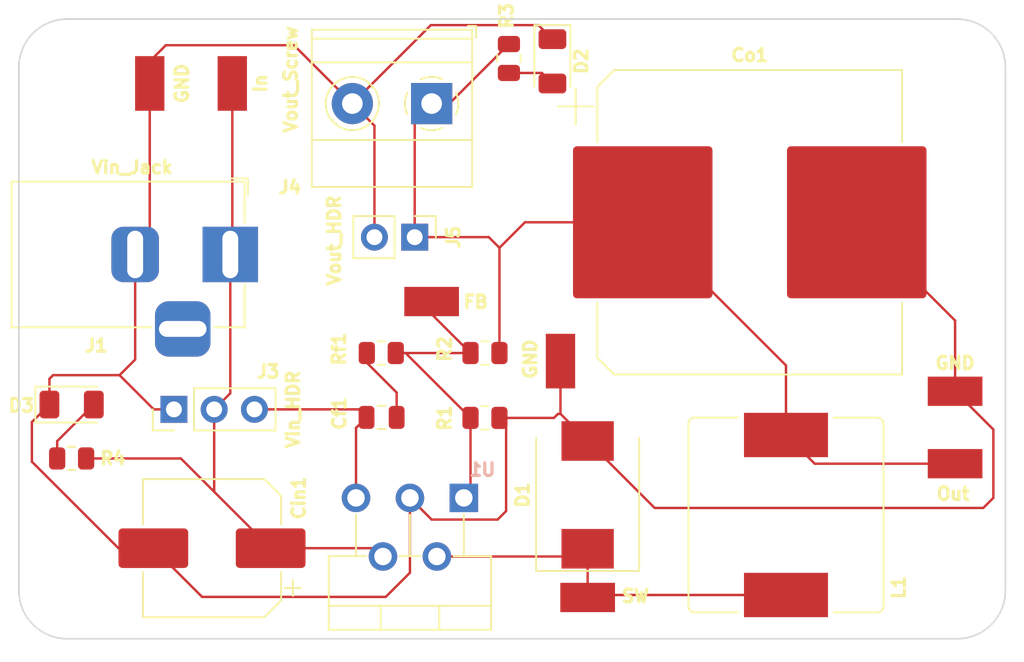
<source format=kicad_pcb>
(kicad_pcb (version 20171130) (host pcbnew "(5.1.12)-1")

  (general
    (thickness 1.6)
    (drawings 8)
    (tracks 89)
    (zones 0)
    (modules 28)
    (nets 10)
  )

  (page A4)
  (layers
    (0 F.Cu signal)
    (31 B.Cu signal)
    (32 B.Adhes user)
    (33 F.Adhes user)
    (34 B.Paste user)
    (35 F.Paste user)
    (36 B.SilkS user)
    (37 F.SilkS user)
    (38 B.Mask user)
    (39 F.Mask user)
    (40 Dwgs.User user)
    (41 Cmts.User user)
    (42 Eco1.User user)
    (43 Eco2.User user)
    (44 Edge.Cuts user)
    (45 Margin user)
    (46 B.CrtYd user)
    (47 F.CrtYd user)
    (48 B.Fab user)
    (49 F.Fab user)
  )

  (setup
    (last_trace_width 0.1524)
    (trace_clearance 0.1524)
    (zone_clearance 0.508)
    (zone_45_only no)
    (trace_min 0.1524)
    (via_size 0.8)
    (via_drill 0.4)
    (via_min_size 0.4)
    (via_min_drill 0.3)
    (uvia_size 0.3)
    (uvia_drill 0.1)
    (uvias_allowed no)
    (uvia_min_size 0.2)
    (uvia_min_drill 0.1)
    (edge_width 0.05)
    (segment_width 0.2)
    (pcb_text_width 0.3)
    (pcb_text_size 1.5 1.5)
    (mod_edge_width 0.12)
    (mod_text_size 1 1)
    (mod_text_width 0.15)
    (pad_size 1.524 1.524)
    (pad_drill 0.762)
    (pad_to_mask_clearance 0)
    (aux_axis_origin 0 0)
    (visible_elements 7FFFFFFF)
    (pcbplotparams
      (layerselection 0x010fc_ffffffff)
      (usegerberextensions false)
      (usegerberattributes true)
      (usegerberadvancedattributes true)
      (creategerberjobfile true)
      (excludeedgelayer true)
      (linewidth 0.100000)
      (plotframeref false)
      (viasonmask false)
      (mode 1)
      (useauxorigin false)
      (hpglpennumber 1)
      (hpglpenspeed 20)
      (hpglpendiameter 15.000000)
      (psnegative false)
      (psa4output false)
      (plotreference true)
      (plotvalue true)
      (plotinvisibletext false)
      (padsonsilk false)
      (subtractmaskfromsilk false)
      (outputformat 1)
      (mirror false)
      (drillshape 1)
      (scaleselection 1)
      (outputdirectory ""))
  )

  (net 0 "")
  (net 1 "Net-(Cf1-Pad2)")
  (net 2 /Comp)
  (net 3 GND)
  (net 4 /Vin)
  (net 5 /Vout)
  (net 6 /SW)
  (net 7 /Fb)
  (net 8 "Net-(D2-Pad2)")
  (net 9 "Net-(D3-Pad2)")

  (net_class Default "This is the default net class."
    (clearance 0.1524)
    (trace_width 0.1524)
    (via_dia 0.8)
    (via_drill 0.4)
    (uvia_dia 0.3)
    (uvia_drill 0.1)
    (add_net /Comp)
    (add_net /Fb)
    (add_net /SW)
    (add_net /Vin)
    (add_net /Vout)
    (add_net GND)
    (add_net "Net-(Cf1-Pad2)")
    (add_net "Net-(D2-Pad2)")
    (add_net "Net-(D3-Pad2)")
  )

  (module "My Libraries:Harwin-S1751-46-Test-Point" (layer F.Cu) (tedit 5F9F0FC9) (tstamp 61A720A1)
    (at 127.508 97.79 90)
    (path /61A72C7F)
    (fp_text reference TPe (at 0.254 2.286 90) (layer F.SilkS) hide
      (effects (font (size 0.8 0.8) (thickness 0.2)))
    )
    (fp_text value GND (at -0.000001 2.032 90) (layer F.SilkS)
      (effects (font (size 0.8 0.8) (thickness 0.2)))
    )
    (pad 1 smd rect (at 0 0 90) (size 3.45 1.85) (layers F.Cu F.Paste F.Mask)
      (net 3 GND))
    (model "C:/Users/balde/Dropbox/KiCad/Downloaded Libraries/s1751-46.stp"
      (offset (xyz 0 0.825 2))
      (scale (xyz 1 1 1))
      (rotate (xyz -90 0 0))
    )
  )

  (module "My Libraries:Harwin-S1751-46-Test-Point" (layer F.Cu) (tedit 5F9F0FC9) (tstamp 61A71A3E)
    (at 153.416 115.316 90)
    (path /61A71FC7)
    (fp_text reference TP6 (at 0.254 2.286 90) (layer F.SilkS) hide
      (effects (font (size 0.8 0.8) (thickness 0.2)))
    )
    (fp_text value GND (at 0.127 -1.905 270) (layer F.SilkS)
      (effects (font (size 0.8 0.8) (thickness 0.2)))
    )
    (pad 1 smd rect (at 0 0 90) (size 3.45 1.85) (layers F.Cu F.Paste F.Mask)
      (net 3 GND))
    (model "C:/Users/balde/Dropbox/KiCad/Downloaded Libraries/s1751-46.stp"
      (offset (xyz 0 0.825 2))
      (scale (xyz 1 1 1))
      (rotate (xyz -90 0 0))
    )
  )

  (module "My Libraries:Harwin-S1751-46-Test-Point" (layer F.Cu) (tedit 5F9F0FC9) (tstamp 61A71A39)
    (at 178.308 117.221)
    (path /61A72EB2)
    (fp_text reference TP5 (at 0.254 2.286) (layer F.SilkS) hide
      (effects (font (size 0.8 0.8) (thickness 0.2)))
    )
    (fp_text value GND (at 0 -1.778) (layer F.SilkS)
      (effects (font (size 0.8 0.8) (thickness 0.2)))
    )
    (pad 1 smd rect (at 0 0) (size 3.45 1.85) (layers F.Cu F.Paste F.Mask)
      (net 3 GND))
    (model "C:/Users/balde/Dropbox/KiCad/Downloaded Libraries/s1751-46.stp"
      (offset (xyz 0 0.825 2))
      (scale (xyz 1 1 1))
      (rotate (xyz -90 0 0))
    )
  )

  (module MountingHole:MountingHole_2.7mm_M2.5 (layer F.Cu) (tedit 56D1B4CB) (tstamp 61A7709E)
    (at 178.435 96.774)
    (descr "Mounting Hole 2.7mm, no annular, M2.5")
    (tags "mounting hole 2.7mm no annular m2.5")
    (path /61ACA88A)
    (attr virtual)
    (fp_text reference H4 (at 0 -3.7) (layer F.SilkS) hide
      (effects (font (size 0.8 0.8) (thickness 0.2)))
    )
    (fp_text value MountingHole (at 0 3.7) (layer F.Fab)
      (effects (font (size 0.8 0.8) (thickness 0.2)))
    )
    (fp_circle (center 0 0) (end 2.95 0) (layer F.CrtYd) (width 0.05))
    (fp_circle (center 0 0) (end 2.7 0) (layer Cmts.User) (width 0.15))
    (fp_text user %R (at 0.3 0) (layer F.Fab)
      (effects (font (size 0.8 0.8) (thickness 0.2)))
    )
    (pad 1 np_thru_hole circle (at 0 0) (size 2.7 2.7) (drill 2.7) (layers *.Cu *.Mask))
  )

  (module MountingHole:MountingHole_2.7mm_M2.5 (layer F.Cu) (tedit 56D1B4CB) (tstamp 61A77096)
    (at 122.301 129.794)
    (descr "Mounting Hole 2.7mm, no annular, M2.5")
    (tags "mounting hole 2.7mm no annular m2.5")
    (path /61ACA62B)
    (attr virtual)
    (fp_text reference H3 (at 0 -3.7) (layer F.SilkS) hide
      (effects (font (size 0.8 0.8) (thickness 0.2)))
    )
    (fp_text value MountingHole (at 0 3.7) (layer F.Fab)
      (effects (font (size 0.8 0.8) (thickness 0.2)))
    )
    (fp_circle (center 0 0) (end 2.95 0) (layer F.CrtYd) (width 0.05))
    (fp_circle (center 0 0) (end 2.7 0) (layer Cmts.User) (width 0.15))
    (fp_text user %R (at 0.3 0) (layer F.Fab)
      (effects (font (size 0.8 0.8) (thickness 0.2)))
    )
    (pad 1 np_thru_hole circle (at 0 0) (size 2.7 2.7) (drill 2.7) (layers *.Cu *.Mask))
  )

  (module MountingHole:MountingHole_2.7mm_M2.5 (layer F.Cu) (tedit 56D1B4CB) (tstamp 61A77371)
    (at 178.435 129.794)
    (descr "Mounting Hole 2.7mm, no annular, M2.5")
    (tags "mounting hole 2.7mm no annular m2.5")
    (path /61ACA4AE)
    (attr virtual)
    (fp_text reference H2 (at 0 -3.7) (layer F.SilkS) hide
      (effects (font (size 0.8 0.8) (thickness 0.2)))
    )
    (fp_text value MountingHole (at 0 3.7) (layer F.Fab)
      (effects (font (size 0.8 0.8) (thickness 0.2)))
    )
    (fp_circle (center 0 0) (end 2.95 0) (layer F.CrtYd) (width 0.05))
    (fp_circle (center 0 0) (end 2.7 0) (layer Cmts.User) (width 0.15))
    (fp_text user %R (at 0.3 0) (layer F.Fab)
      (effects (font (size 0.8 0.8) (thickness 0.2)))
    )
    (pad 1 np_thru_hole circle (at 0 0) (size 2.7 2.7) (drill 2.7) (layers *.Cu *.Mask))
  )

  (module MountingHole:MountingHole_2.7mm_M2.5 (layer F.Cu) (tedit 56D1B4CB) (tstamp 61A77086)
    (at 122.301 96.774)
    (descr "Mounting Hole 2.7mm, no annular, M2.5")
    (tags "mounting hole 2.7mm no annular m2.5")
    (path /61ACA136)
    (attr virtual)
    (fp_text reference H1 (at 0 -3.7) (layer F.SilkS) hide
      (effects (font (size 0.8 0.8) (thickness 0.2)))
    )
    (fp_text value MountingHole (at 0 3.7) (layer F.Fab)
      (effects (font (size 0.8 0.8) (thickness 0.2)))
    )
    (fp_circle (center 0 0) (end 2.95 0) (layer F.CrtYd) (width 0.05))
    (fp_circle (center 0 0) (end 2.7 0) (layer Cmts.User) (width 0.15))
    (fp_text user %R (at 0.3 0) (layer F.Fab)
      (effects (font (size 0.8 0.8) (thickness 0.2)))
    )
    (pad 1 np_thru_hole circle (at 0 0) (size 2.7 2.7) (drill 2.7) (layers *.Cu *.Mask))
  )

  (module Resistor_SMD:R_0805_2012Metric (layer F.Cu) (tedit 5F68FEEE) (tstamp 61A765C0)
    (at 122.5804 121.4628 180)
    (descr "Resistor SMD 0805 (2012 Metric), square (rectangular) end terminal, IPC_7351 nominal, (Body size source: IPC-SM-782 page 72, https://www.pcb-3d.com/wordpress/wp-content/uploads/ipc-sm-782a_amendment_1_and_2.pdf), generated with kicad-footprint-generator")
    (tags resistor)
    (path /61AC076E)
    (attr smd)
    (fp_text reference R4 (at -2.6035 0) (layer F.SilkS)
      (effects (font (size 0.8 0.8) (thickness 0.2)))
    )
    (fp_text value k (at 0 1.65) (layer F.Fab)
      (effects (font (size 0.8 0.8) (thickness 0.2)))
    )
    (fp_line (start 1.68 0.95) (end -1.68 0.95) (layer F.CrtYd) (width 0.05))
    (fp_line (start 1.68 -0.95) (end 1.68 0.95) (layer F.CrtYd) (width 0.05))
    (fp_line (start -1.68 -0.95) (end 1.68 -0.95) (layer F.CrtYd) (width 0.05))
    (fp_line (start -1.68 0.95) (end -1.68 -0.95) (layer F.CrtYd) (width 0.05))
    (fp_line (start -0.227064 0.735) (end 0.227064 0.735) (layer F.SilkS) (width 0.12))
    (fp_line (start -0.227064 -0.735) (end 0.227064 -0.735) (layer F.SilkS) (width 0.12))
    (fp_line (start 1 0.625) (end -1 0.625) (layer F.Fab) (width 0.1))
    (fp_line (start 1 -0.625) (end 1 0.625) (layer F.Fab) (width 0.1))
    (fp_line (start -1 -0.625) (end 1 -0.625) (layer F.Fab) (width 0.1))
    (fp_line (start -1 0.625) (end -1 -0.625) (layer F.Fab) (width 0.1))
    (fp_text user %R (at 0 0) (layer F.Fab)
      (effects (font (size 0.8 0.8) (thickness 0.2)))
    )
    (pad 2 smd roundrect (at 0.9125 0 180) (size 1.025 1.4) (layers F.Cu F.Paste F.Mask) (roundrect_rratio 0.243902)
      (net 9 "Net-(D3-Pad2)"))
    (pad 1 smd roundrect (at -0.9125 0 180) (size 1.025 1.4) (layers F.Cu F.Paste F.Mask) (roundrect_rratio 0.243902)
      (net 4 /Vin))
    (model ${KISYS3DMOD}/Resistor_SMD.3dshapes/R_0805_2012Metric.wrl
      (at (xyz 0 0 0))
      (scale (xyz 1 1 1))
      (rotate (xyz 0 0 0))
    )
  )

  (module Resistor_SMD:R_0805_2012Metric (layer F.Cu) (tedit 5F68FEEE) (tstamp 61A765AF)
    (at 150.1648 96.2152 270)
    (descr "Resistor SMD 0805 (2012 Metric), square (rectangular) end terminal, IPC_7351 nominal, (Body size source: IPC-SM-782 page 72, https://www.pcb-3d.com/wordpress/wp-content/uploads/ipc-sm-782a_amendment_1_and_2.pdf), generated with kicad-footprint-generator")
    (tags resistor)
    (path /61ABF917)
    (attr smd)
    (fp_text reference R3 (at -2.6924 0.1524 90) (layer F.SilkS)
      (effects (font (size 0.8 0.8) (thickness 0.2)))
    )
    (fp_text value k (at 0 1.65 90) (layer F.Fab)
      (effects (font (size 0.8 0.8) (thickness 0.2)))
    )
    (fp_line (start 1.68 0.95) (end -1.68 0.95) (layer F.CrtYd) (width 0.05))
    (fp_line (start 1.68 -0.95) (end 1.68 0.95) (layer F.CrtYd) (width 0.05))
    (fp_line (start -1.68 -0.95) (end 1.68 -0.95) (layer F.CrtYd) (width 0.05))
    (fp_line (start -1.68 0.95) (end -1.68 -0.95) (layer F.CrtYd) (width 0.05))
    (fp_line (start -0.227064 0.735) (end 0.227064 0.735) (layer F.SilkS) (width 0.12))
    (fp_line (start -0.227064 -0.735) (end 0.227064 -0.735) (layer F.SilkS) (width 0.12))
    (fp_line (start 1 0.625) (end -1 0.625) (layer F.Fab) (width 0.1))
    (fp_line (start 1 -0.625) (end 1 0.625) (layer F.Fab) (width 0.1))
    (fp_line (start -1 -0.625) (end 1 -0.625) (layer F.Fab) (width 0.1))
    (fp_line (start -1 0.625) (end -1 -0.625) (layer F.Fab) (width 0.1))
    (fp_text user %R (at 0 0 90) (layer F.Fab)
      (effects (font (size 0.8 0.8) (thickness 0.2)))
    )
    (pad 2 smd roundrect (at 0.9125 0 270) (size 1.025 1.4) (layers F.Cu F.Paste F.Mask) (roundrect_rratio 0.243902)
      (net 8 "Net-(D2-Pad2)"))
    (pad 1 smd roundrect (at -0.9125 0 270) (size 1.025 1.4) (layers F.Cu F.Paste F.Mask) (roundrect_rratio 0.243902)
      (net 5 /Vout))
    (model ${KISYS3DMOD}/Resistor_SMD.3dshapes/R_0805_2012Metric.wrl
      (at (xyz 0 0 0))
      (scale (xyz 1 1 1))
      (rotate (xyz 0 0 0))
    )
  )

  (module LED_SMD:LED_1206_3216Metric (layer F.Cu) (tedit 5F68FEF1) (tstamp 61A76418)
    (at 122.5804 118.0592)
    (descr "LED SMD 1206 (3216 Metric), square (rectangular) end terminal, IPC_7351 nominal, (Body size source: http://www.tortai-tech.com/upload/download/2011102023233369053.pdf), generated with kicad-footprint-generator")
    (tags LED)
    (path /61ABF1CB)
    (attr smd)
    (fp_text reference D3 (at -3.175 0.0635) (layer F.SilkS)
      (effects (font (size 0.8 0.8) (thickness 0.2)))
    )
    (fp_text value Vin (at 0 1.82) (layer F.Fab)
      (effects (font (size 0.8 0.8) (thickness 0.2)))
    )
    (fp_line (start 2.28 1.12) (end -2.28 1.12) (layer F.CrtYd) (width 0.05))
    (fp_line (start 2.28 -1.12) (end 2.28 1.12) (layer F.CrtYd) (width 0.05))
    (fp_line (start -2.28 -1.12) (end 2.28 -1.12) (layer F.CrtYd) (width 0.05))
    (fp_line (start -2.28 1.12) (end -2.28 -1.12) (layer F.CrtYd) (width 0.05))
    (fp_line (start -2.285 1.135) (end 1.6 1.135) (layer F.SilkS) (width 0.12))
    (fp_line (start -2.285 -1.135) (end -2.285 1.135) (layer F.SilkS) (width 0.12))
    (fp_line (start 1.6 -1.135) (end -2.285 -1.135) (layer F.SilkS) (width 0.12))
    (fp_line (start 1.6 0.8) (end 1.6 -0.8) (layer F.Fab) (width 0.1))
    (fp_line (start -1.6 0.8) (end 1.6 0.8) (layer F.Fab) (width 0.1))
    (fp_line (start -1.6 -0.4) (end -1.6 0.8) (layer F.Fab) (width 0.1))
    (fp_line (start -1.2 -0.8) (end -1.6 -0.4) (layer F.Fab) (width 0.1))
    (fp_line (start 1.6 -0.8) (end -1.2 -0.8) (layer F.Fab) (width 0.1))
    (fp_text user %R (at 0 0) (layer F.Fab)
      (effects (font (size 0.8 0.8) (thickness 0.2)))
    )
    (pad 2 smd roundrect (at 1.4 0) (size 1.25 1.75) (layers F.Cu F.Paste F.Mask) (roundrect_rratio 0.2)
      (net 9 "Net-(D3-Pad2)"))
    (pad 1 smd roundrect (at -1.4 0) (size 1.25 1.75) (layers F.Cu F.Paste F.Mask) (roundrect_rratio 0.2)
      (net 3 GND))
    (model ${KISYS3DMOD}/LED_SMD.3dshapes/LED_1206_3216Metric.wrl
      (at (xyz 0 0 0))
      (scale (xyz 1 1 1))
      (rotate (xyz 0 0 0))
    )
  )

  (module LED_SMD:LED_1206_3216Metric (layer F.Cu) (tedit 5F68FEF1) (tstamp 61A76405)
    (at 152.908 96.393 270)
    (descr "LED SMD 1206 (3216 Metric), square (rectangular) end terminal, IPC_7351 nominal, (Body size source: http://www.tortai-tech.com/upload/download/2011102023233369053.pdf), generated with kicad-footprint-generator")
    (tags LED)
    (path /61ABF64E)
    (attr smd)
    (fp_text reference D2 (at 0 -1.82 90) (layer F.SilkS)
      (effects (font (size 0.8 0.8) (thickness 0.2)))
    )
    (fp_text value Vout (at 0 1.82 90) (layer F.Fab)
      (effects (font (size 0.8 0.8) (thickness 0.2)))
    )
    (fp_line (start 2.28 1.12) (end -2.28 1.12) (layer F.CrtYd) (width 0.05))
    (fp_line (start 2.28 -1.12) (end 2.28 1.12) (layer F.CrtYd) (width 0.05))
    (fp_line (start -2.28 -1.12) (end 2.28 -1.12) (layer F.CrtYd) (width 0.05))
    (fp_line (start -2.28 1.12) (end -2.28 -1.12) (layer F.CrtYd) (width 0.05))
    (fp_line (start -2.285 1.135) (end 1.6 1.135) (layer F.SilkS) (width 0.12))
    (fp_line (start -2.285 -1.135) (end -2.285 1.135) (layer F.SilkS) (width 0.12))
    (fp_line (start 1.6 -1.135) (end -2.285 -1.135) (layer F.SilkS) (width 0.12))
    (fp_line (start 1.6 0.8) (end 1.6 -0.8) (layer F.Fab) (width 0.1))
    (fp_line (start -1.6 0.8) (end 1.6 0.8) (layer F.Fab) (width 0.1))
    (fp_line (start -1.6 -0.4) (end -1.6 0.8) (layer F.Fab) (width 0.1))
    (fp_line (start -1.2 -0.8) (end -1.6 -0.4) (layer F.Fab) (width 0.1))
    (fp_line (start 1.6 -0.8) (end -1.2 -0.8) (layer F.Fab) (width 0.1))
    (fp_text user %R (at 0 0 90) (layer F.Fab)
      (effects (font (size 0.8 0.8) (thickness 0.2)))
    )
    (pad 2 smd roundrect (at 1.4 0 270) (size 1.25 1.75) (layers F.Cu F.Paste F.Mask) (roundrect_rratio 0.2)
      (net 8 "Net-(D2-Pad2)"))
    (pad 1 smd roundrect (at -1.4 0 270) (size 1.25 1.75) (layers F.Cu F.Paste F.Mask) (roundrect_rratio 0.2)
      (net 3 GND))
    (model ${KISYS3DMOD}/LED_SMD.3dshapes/LED_1206_3216Metric.wrl
      (at (xyz 0 0 0))
      (scale (xyz 1 1 1))
      (rotate (xyz 0 0 0))
    )
  )

  (module TerminalBlock_Phoenix:TerminalBlock_Phoenix_MKDS-1,5-2_1x02_P5.00mm_Horizontal (layer F.Cu) (tedit 5B294EE5) (tstamp 61A714FC)
    (at 145.288 99.06 180)
    (descr "Terminal Block Phoenix MKDS-1,5-2, 2 pins, pitch 5mm, size 10x9.8mm^2, drill diamater 1.3mm, pad diameter 2.6mm, see http://www.farnell.com/datasheets/100425.pdf, script-generated using https://github.com/pointhi/kicad-footprint-generator/scripts/TerminalBlock_Phoenix")
    (tags "THT Terminal Block Phoenix MKDS-1,5-2 pitch 5mm size 10x9.8mm^2 drill 1.3mm pad 2.6mm")
    (path /61A9379A)
    (fp_text reference J4 (at 8.9408 -5.2832) (layer F.SilkS)
      (effects (font (size 0.8 0.8) (thickness 0.2)))
    )
    (fp_text value Vout_Screw (at 8.89 1.524 90) (layer F.SilkS)
      (effects (font (size 0.8 0.8) (thickness 0.2)))
    )
    (fp_line (start 8 -5.71) (end -3 -5.71) (layer F.CrtYd) (width 0.05))
    (fp_line (start 8 5.1) (end 8 -5.71) (layer F.CrtYd) (width 0.05))
    (fp_line (start -3 5.1) (end 8 5.1) (layer F.CrtYd) (width 0.05))
    (fp_line (start -3 -5.71) (end -3 5.1) (layer F.CrtYd) (width 0.05))
    (fp_line (start -2.8 4.9) (end -2.3 4.9) (layer F.SilkS) (width 0.12))
    (fp_line (start -2.8 4.16) (end -2.8 4.9) (layer F.SilkS) (width 0.12))
    (fp_line (start 3.773 1.023) (end 3.726 1.069) (layer F.SilkS) (width 0.12))
    (fp_line (start 6.07 -1.275) (end 6.035 -1.239) (layer F.SilkS) (width 0.12))
    (fp_line (start 3.966 1.239) (end 3.931 1.274) (layer F.SilkS) (width 0.12))
    (fp_line (start 6.275 -1.069) (end 6.228 -1.023) (layer F.SilkS) (width 0.12))
    (fp_line (start 5.955 -1.138) (end 3.863 0.955) (layer F.Fab) (width 0.1))
    (fp_line (start 6.138 -0.955) (end 4.046 1.138) (layer F.Fab) (width 0.1))
    (fp_line (start 0.955 -1.138) (end -1.138 0.955) (layer F.Fab) (width 0.1))
    (fp_line (start 1.138 -0.955) (end -0.955 1.138) (layer F.Fab) (width 0.1))
    (fp_line (start 7.56 -5.261) (end 7.56 4.66) (layer F.SilkS) (width 0.12))
    (fp_line (start -2.56 -5.261) (end -2.56 4.66) (layer F.SilkS) (width 0.12))
    (fp_line (start -2.56 4.66) (end 7.56 4.66) (layer F.SilkS) (width 0.12))
    (fp_line (start -2.56 -5.261) (end 7.56 -5.261) (layer F.SilkS) (width 0.12))
    (fp_line (start -2.56 -2.301) (end 7.56 -2.301) (layer F.SilkS) (width 0.12))
    (fp_line (start -2.5 -2.3) (end 7.5 -2.3) (layer F.Fab) (width 0.1))
    (fp_line (start -2.56 2.6) (end 7.56 2.6) (layer F.SilkS) (width 0.12))
    (fp_line (start -2.5 2.6) (end 7.5 2.6) (layer F.Fab) (width 0.1))
    (fp_line (start -2.56 4.1) (end 7.56 4.1) (layer F.SilkS) (width 0.12))
    (fp_line (start -2.5 4.1) (end 7.5 4.1) (layer F.Fab) (width 0.1))
    (fp_line (start -2.5 4.1) (end -2.5 -5.2) (layer F.Fab) (width 0.1))
    (fp_line (start -2 4.6) (end -2.5 4.1) (layer F.Fab) (width 0.1))
    (fp_line (start 7.5 4.6) (end -2 4.6) (layer F.Fab) (width 0.1))
    (fp_line (start 7.5 -5.2) (end 7.5 4.6) (layer F.Fab) (width 0.1))
    (fp_line (start -2.5 -5.2) (end 7.5 -5.2) (layer F.Fab) (width 0.1))
    (fp_circle (center 5 0) (end 6.68 0) (layer F.SilkS) (width 0.12))
    (fp_circle (center 5 0) (end 6.5 0) (layer F.Fab) (width 0.1))
    (fp_circle (center 0 0) (end 1.5 0) (layer F.Fab) (width 0.1))
    (fp_text user %R (at 2.5 3.2) (layer F.Fab)
      (effects (font (size 0.8 0.8) (thickness 0.2)))
    )
    (fp_arc (start 0 0) (end -0.684 1.535) (angle -25) (layer F.SilkS) (width 0.12))
    (fp_arc (start 0 0) (end -1.535 -0.684) (angle -48) (layer F.SilkS) (width 0.12))
    (fp_arc (start 0 0) (end 0.684 -1.535) (angle -48) (layer F.SilkS) (width 0.12))
    (fp_arc (start 0 0) (end 1.535 0.684) (angle -48) (layer F.SilkS) (width 0.12))
    (fp_arc (start 0 0) (end 0 1.68) (angle -24) (layer F.SilkS) (width 0.12))
    (pad 2 thru_hole circle (at 5 0 180) (size 2.6 2.6) (drill 1.3) (layers *.Cu *.Mask)
      (net 3 GND))
    (pad 1 thru_hole rect (at 0 0 180) (size 2.6 2.6) (drill 1.3) (layers *.Cu *.Mask)
      (net 5 /Vout))
    (model ${KISYS3DMOD}/TerminalBlock_Phoenix.3dshapes/TerminalBlock_Phoenix_MKDS-1,5-2_1x02_P5.00mm_Horizontal.wrl
      (at (xyz 0 0 0))
      (scale (xyz 1 1 1))
      (rotate (xyz 0 0 0))
    )
  )

  (module Connector_PinHeader_2.54mm:PinHeader_1x03_P2.54mm_Vertical (layer F.Cu) (tedit 59FED5CC) (tstamp 61A714E7)
    (at 129.032 118.364 90)
    (descr "Through hole straight pin header, 1x03, 2.54mm pitch, single row")
    (tags "Through hole pin header THT 1x03 2.54mm single row")
    (path /61A8F106)
    (fp_text reference J3 (at 2.3876 5.9436 180) (layer F.SilkS)
      (effects (font (size 0.8 0.8) (thickness 0.2)))
    )
    (fp_text value Vin_HDR (at 0 7.5184 90) (layer F.SilkS)
      (effects (font (size 0.8 0.8) (thickness 0.2)))
    )
    (fp_line (start 1.8 -1.8) (end -1.8 -1.8) (layer F.CrtYd) (width 0.05))
    (fp_line (start 1.8 6.85) (end 1.8 -1.8) (layer F.CrtYd) (width 0.05))
    (fp_line (start -1.8 6.85) (end 1.8 6.85) (layer F.CrtYd) (width 0.05))
    (fp_line (start -1.8 -1.8) (end -1.8 6.85) (layer F.CrtYd) (width 0.05))
    (fp_line (start -1.33 -1.33) (end 0 -1.33) (layer F.SilkS) (width 0.12))
    (fp_line (start -1.33 0) (end -1.33 -1.33) (layer F.SilkS) (width 0.12))
    (fp_line (start -1.33 1.27) (end 1.33 1.27) (layer F.SilkS) (width 0.12))
    (fp_line (start 1.33 1.27) (end 1.33 6.41) (layer F.SilkS) (width 0.12))
    (fp_line (start -1.33 1.27) (end -1.33 6.41) (layer F.SilkS) (width 0.12))
    (fp_line (start -1.33 6.41) (end 1.33 6.41) (layer F.SilkS) (width 0.12))
    (fp_line (start -1.27 -0.635) (end -0.635 -1.27) (layer F.Fab) (width 0.1))
    (fp_line (start -1.27 6.35) (end -1.27 -0.635) (layer F.Fab) (width 0.1))
    (fp_line (start 1.27 6.35) (end -1.27 6.35) (layer F.Fab) (width 0.1))
    (fp_line (start 1.27 -1.27) (end 1.27 6.35) (layer F.Fab) (width 0.1))
    (fp_line (start -0.635 -1.27) (end 1.27 -1.27) (layer F.Fab) (width 0.1))
    (fp_text user %R (at 0 2.54) (layer F.Fab)
      (effects (font (size 0.8 0.8) (thickness 0.2)))
    )
    (pad 3 thru_hole oval (at 0 5.08 90) (size 1.7 1.7) (drill 1) (layers *.Cu *.Mask)
      (net 2 /Comp))
    (pad 2 thru_hole oval (at 0 2.54 90) (size 1.7 1.7) (drill 1) (layers *.Cu *.Mask)
      (net 4 /Vin))
    (pad 1 thru_hole rect (at 0 0 90) (size 1.7 1.7) (drill 1) (layers *.Cu *.Mask)
      (net 3 GND))
    (model ${KISYS3DMOD}/Connector_PinHeader_2.54mm.3dshapes/PinHeader_1x03_P2.54mm_Vertical.wrl
      (at (xyz 0 0 0))
      (scale (xyz 1 1 1))
      (rotate (xyz 0 0 0))
    )
  )

  (module Package_TO_SOT_THT:TO-220-5_P3.4x3.7mm_StaggerOdd_Lead3.8mm_Vertical (layer F.Cu) (tedit 5AF05A31) (tstamp 61A715AB)
    (at 147.32 123.952 180)
    (descr "TO-220-5, Vertical, RM 1.7mm, Pentawatt, Multiwatt-5, staggered type-1, see http://www.analog.com/media/en/package-pcb-resources/package/pkg_pdf/ltc-legacy-to-220/to-220_5_05-08-1421.pdf?domain=www.linear.com, https://www.diodes.com/assets/Package-Files/TO220-5.pdf")
    (tags "TO-220-5 Vertical RM 1.7mm Pentawatt Multiwatt-5 staggered type-1")
    (path /61A70213)
    (fp_text reference U1 (at -1.1684 1.778) (layer B.SilkS)
      (effects (font (size 0.8 0.8) (thickness 0.2)) (justify mirror))
    )
    (fp_text value MC34167 (at 3.4 2.15) (layer F.Fab)
      (effects (font (size 0.8 0.8) (thickness 0.2)))
    )
    (fp_line (start -1.6 -8.2) (end -1.6 -3.8) (layer F.Fab) (width 0.1))
    (fp_line (start -1.6 -3.8) (end 8.4 -3.8) (layer F.Fab) (width 0.1))
    (fp_line (start 8.4 -3.8) (end 8.4 -8.2) (layer F.Fab) (width 0.1))
    (fp_line (start 8.4 -8.2) (end -1.6 -8.2) (layer F.Fab) (width 0.1))
    (fp_line (start -1.6 -6.93) (end 8.4 -6.93) (layer F.Fab) (width 0.1))
    (fp_line (start 1.55 -8.2) (end 1.55 -6.93) (layer F.Fab) (width 0.1))
    (fp_line (start 5.25 -8.2) (end 5.25 -6.93) (layer F.Fab) (width 0.1))
    (fp_line (start 0 -3.8) (end 0 0) (layer F.Fab) (width 0.1))
    (fp_line (start 1.7 -3.8) (end 1.7 -3.7) (layer F.Fab) (width 0.1))
    (fp_line (start 3.4 -3.8) (end 3.4 0) (layer F.Fab) (width 0.1))
    (fp_line (start 5.1 -3.8) (end 5.1 -3.7) (layer F.Fab) (width 0.1))
    (fp_line (start 6.8 -3.8) (end 6.8 0) (layer F.Fab) (width 0.1))
    (fp_line (start -1.721 -8.32) (end 8.52 -8.32) (layer F.SilkS) (width 0.12))
    (fp_line (start -1.721 -3.679) (end 0.635 -3.679) (layer F.SilkS) (width 0.12))
    (fp_line (start 2.765 -3.679) (end 4.035 -3.679) (layer F.SilkS) (width 0.12))
    (fp_line (start 6.165 -3.679) (end 8.52 -3.679) (layer F.SilkS) (width 0.12))
    (fp_line (start -1.721 -8.32) (end -1.721 -3.679) (layer F.SilkS) (width 0.12))
    (fp_line (start 8.52 -8.32) (end 8.52 -3.679) (layer F.SilkS) (width 0.12))
    (fp_line (start -1.721 -6.811) (end 8.52 -6.811) (layer F.SilkS) (width 0.12))
    (fp_line (start 1.55 -8.32) (end 1.55 -6.811) (layer F.SilkS) (width 0.12))
    (fp_line (start 5.25 -8.32) (end 5.25 -6.811) (layer F.SilkS) (width 0.12))
    (fp_line (start 0 -3.679) (end 0 -1.049) (layer F.SilkS) (width 0.12))
    (fp_line (start 3.4 -3.679) (end 3.4 -1.065) (layer F.SilkS) (width 0.12))
    (fp_line (start 6.8 -3.679) (end 6.8 -1.065) (layer F.SilkS) (width 0.12))
    (fp_line (start -1.85 -8.45) (end -1.85 1.15) (layer F.CrtYd) (width 0.05))
    (fp_line (start -1.85 1.15) (end 8.65 1.15) (layer F.CrtYd) (width 0.05))
    (fp_line (start 8.65 1.15) (end 8.65 -8.45) (layer F.CrtYd) (width 0.05))
    (fp_line (start 8.65 -8.45) (end -1.85 -8.45) (layer F.CrtYd) (width 0.05))
    (fp_text user %R (at 3.4 -9.32) (layer F.Fab)
      (effects (font (size 0.8 0.8) (thickness 0.2)))
    )
    (pad 5 thru_hole oval (at 6.8 0 180) (size 1.8 1.8) (drill 1.1) (layers *.Cu *.Mask)
      (net 2 /Comp))
    (pad 4 thru_hole oval (at 5.1 -3.7 180) (size 1.8 1.8) (drill 1.1) (layers *.Cu *.Mask)
      (net 4 /Vin))
    (pad 3 thru_hole oval (at 3.4 0 180) (size 1.8 1.8) (drill 1.1) (layers *.Cu *.Mask)
      (net 3 GND))
    (pad 2 thru_hole oval (at 1.7 -3.7 180) (size 1.8 1.8) (drill 1.1) (layers *.Cu *.Mask)
      (net 6 /SW))
    (pad 1 thru_hole rect (at 0 0 180) (size 1.8 1.8) (drill 1.1) (layers *.Cu *.Mask)
      (net 7 /Fb))
    (model ${KISYS3DMOD}/Package_TO_SOT_THT.3dshapes/TO-220-5_P3.4x3.7mm_StaggerOdd_Lead3.8mm_Vertical.wrl
      (at (xyz 0 0 0))
      (scale (xyz 1 1 1))
      (rotate (xyz 0 0 0))
    )
  )

  (module "My Libraries:Harwin-S1751-46-Test-Point" (layer F.Cu) (tedit 5F9F0FC9) (tstamp 61A71585)
    (at 178.308 121.793 180)
    (path /61A9AAB1)
    (fp_text reference TP4 (at 0.254 2.286) (layer F.SilkS) hide
      (effects (font (size 0.8 0.8) (thickness 0.2)))
    )
    (fp_text value Out (at 0.127 -1.905) (layer F.SilkS)
      (effects (font (size 0.8 0.8) (thickness 0.2)))
    )
    (pad 1 smd rect (at 0 0 180) (size 3.45 1.85) (layers F.Cu F.Paste F.Mask)
      (net 5 /Vout))
    (model "C:/Users/balde/Dropbox/KiCad/Downloaded Libraries/s1751-46.stp"
      (offset (xyz 0 0.825 2))
      (scale (xyz 1 1 1))
      (rotate (xyz -90 0 0))
    )
  )

  (module "My Libraries:Harwin-S1751-46-Test-Point" (layer F.Cu) (tedit 5F9F0FC9) (tstamp 61A71580)
    (at 155.1305 130.2385)
    (path /61A95EFC)
    (fp_text reference TP3 (at 0.254 2.286) (layer F.SilkS) hide
      (effects (font (size 0.8 0.8) (thickness 0.2)))
    )
    (fp_text value SW (at 3.0099 -0.0889) (layer F.SilkS)
      (effects (font (size 0.8 0.8) (thickness 0.2)))
    )
    (pad 1 smd rect (at 0 0) (size 3.45 1.85) (layers F.Cu F.Paste F.Mask)
      (net 6 /SW))
    (model "C:/Users/balde/Dropbox/KiCad/Downloaded Libraries/s1751-46.stp"
      (offset (xyz 0 0.825 2))
      (scale (xyz 1 1 1))
      (rotate (xyz -90 0 0))
    )
  )

  (module "My Libraries:Harwin-S1751-46-Test-Point" (layer F.Cu) (tedit 5F9F0FC9) (tstamp 61A7157B)
    (at 145.288 111.5568)
    (path /61A968EB)
    (fp_text reference TP2 (at 2.7305 -1.143 90) (layer F.SilkS) hide
      (effects (font (size 0.8 0.8) (thickness 0.2)))
    )
    (fp_text value FB (at 2.7813 0.0254) (layer F.SilkS)
      (effects (font (size 0.8 0.8) (thickness 0.2)))
    )
    (pad 1 smd rect (at 0 0) (size 3.45 1.85) (layers F.Cu F.Paste F.Mask)
      (net 7 /Fb))
    (model "C:/Users/balde/Dropbox/KiCad/Downloaded Libraries/s1751-46.stp"
      (offset (xyz 0 0.825 2))
      (scale (xyz 1 1 1))
      (rotate (xyz -90 0 0))
    )
  )

  (module "My Libraries:Harwin-S1751-46-Test-Point" (layer F.Cu) (tedit 5F9F0FC9) (tstamp 61A7997A)
    (at 132.715 97.79 270)
    (path /61A9A115)
    (fp_text reference TP1 (at -3.429 0.0635 90) (layer F.SilkS) hide
      (effects (font (size 0.8 0.8) (thickness 0.2)))
    )
    (fp_text value In (at 0 -1.778 90) (layer F.SilkS)
      (effects (font (size 0.8 0.8) (thickness 0.2)))
    )
    (pad 1 smd rect (at 0 0 270) (size 3.45 1.85) (layers F.Cu F.Paste F.Mask)
      (net 4 /Vin))
    (model "C:/Users/balde/Dropbox/KiCad/Downloaded Libraries/s1751-46.stp"
      (offset (xyz 0 0.825 2))
      (scale (xyz 1 1 1))
      (rotate (xyz -90 0 0))
    )
  )

  (module Resistor_SMD:R_0805_2012Metric (layer F.Cu) (tedit 5F68FEEE) (tstamp 61A71571)
    (at 142.113 114.808 180)
    (descr "Resistor SMD 0805 (2012 Metric), square (rectangular) end terminal, IPC_7351 nominal, (Body size source: IPC-SM-782 page 72, https://www.pcb-3d.com/wordpress/wp-content/uploads/ipc-sm-782a_amendment_1_and_2.pdf), generated with kicad-footprint-generator")
    (tags resistor)
    (path /61A77739)
    (attr smd)
    (fp_text reference Rf1 (at 2.667 0.254 90) (layer F.SilkS)
      (effects (font (size 0.8 0.8) (thickness 0.2)))
    )
    (fp_text value 68k (at 0 1.65) (layer F.Fab)
      (effects (font (size 0.8 0.8) (thickness 0.2)))
    )
    (fp_line (start -1 0.625) (end -1 -0.625) (layer F.Fab) (width 0.1))
    (fp_line (start -1 -0.625) (end 1 -0.625) (layer F.Fab) (width 0.1))
    (fp_line (start 1 -0.625) (end 1 0.625) (layer F.Fab) (width 0.1))
    (fp_line (start 1 0.625) (end -1 0.625) (layer F.Fab) (width 0.1))
    (fp_line (start -0.227064 -0.735) (end 0.227064 -0.735) (layer F.SilkS) (width 0.12))
    (fp_line (start -0.227064 0.735) (end 0.227064 0.735) (layer F.SilkS) (width 0.12))
    (fp_line (start -1.68 0.95) (end -1.68 -0.95) (layer F.CrtYd) (width 0.05))
    (fp_line (start -1.68 -0.95) (end 1.68 -0.95) (layer F.CrtYd) (width 0.05))
    (fp_line (start 1.68 -0.95) (end 1.68 0.95) (layer F.CrtYd) (width 0.05))
    (fp_line (start 1.68 0.95) (end -1.68 0.95) (layer F.CrtYd) (width 0.05))
    (fp_text user %R (at 0 0) (layer F.Fab)
      (effects (font (size 0.8 0.8) (thickness 0.2)))
    )
    (pad 2 smd roundrect (at 0.9125 0 180) (size 1.025 1.4) (layers F.Cu F.Paste F.Mask) (roundrect_rratio 0.243902)
      (net 1 "Net-(Cf1-Pad2)"))
    (pad 1 smd roundrect (at -0.9125 0 180) (size 1.025 1.4) (layers F.Cu F.Paste F.Mask) (roundrect_rratio 0.243902)
      (net 7 /Fb))
    (model ${KISYS3DMOD}/Resistor_SMD.3dshapes/R_0805_2012Metric.wrl
      (at (xyz 0 0 0))
      (scale (xyz 1 1 1))
      (rotate (xyz 0 0 0))
    )
  )

  (module Resistor_SMD:R_0805_2012Metric (layer F.Cu) (tedit 5F68FEEE) (tstamp 61A72241)
    (at 148.6535 114.808 180)
    (descr "Resistor SMD 0805 (2012 Metric), square (rectangular) end terminal, IPC_7351 nominal, (Body size source: IPC-SM-782 page 72, https://www.pcb-3d.com/wordpress/wp-content/uploads/ipc-sm-782a_amendment_1_and_2.pdf), generated with kicad-footprint-generator")
    (tags resistor)
    (path /61A725E4)
    (attr smd)
    (fp_text reference R2 (at 2.54 0.254 90) (layer F.SilkS)
      (effects (font (size 0.8 0.8) (thickness 0.2)))
    )
    (fp_text value 6.8k (at 0 1.65) (layer F.Fab)
      (effects (font (size 0.8 0.8) (thickness 0.2)))
    )
    (fp_line (start -1 0.625) (end -1 -0.625) (layer F.Fab) (width 0.1))
    (fp_line (start -1 -0.625) (end 1 -0.625) (layer F.Fab) (width 0.1))
    (fp_line (start 1 -0.625) (end 1 0.625) (layer F.Fab) (width 0.1))
    (fp_line (start 1 0.625) (end -1 0.625) (layer F.Fab) (width 0.1))
    (fp_line (start -0.227064 -0.735) (end 0.227064 -0.735) (layer F.SilkS) (width 0.12))
    (fp_line (start -0.227064 0.735) (end 0.227064 0.735) (layer F.SilkS) (width 0.12))
    (fp_line (start -1.68 0.95) (end -1.68 -0.95) (layer F.CrtYd) (width 0.05))
    (fp_line (start -1.68 -0.95) (end 1.68 -0.95) (layer F.CrtYd) (width 0.05))
    (fp_line (start 1.68 -0.95) (end 1.68 0.95) (layer F.CrtYd) (width 0.05))
    (fp_line (start 1.68 0.95) (end -1.68 0.95) (layer F.CrtYd) (width 0.05))
    (fp_text user %R (at 0 0) (layer F.Fab)
      (effects (font (size 0.8 0.8) (thickness 0.2)))
    )
    (pad 2 smd roundrect (at 0.9125 0 180) (size 1.025 1.4) (layers F.Cu F.Paste F.Mask) (roundrect_rratio 0.243902)
      (net 7 /Fb))
    (pad 1 smd roundrect (at -0.9125 0 180) (size 1.025 1.4) (layers F.Cu F.Paste F.Mask) (roundrect_rratio 0.243902)
      (net 5 /Vout))
    (model ${KISYS3DMOD}/Resistor_SMD.3dshapes/R_0805_2012Metric.wrl
      (at (xyz 0 0 0))
      (scale (xyz 1 1 1))
      (rotate (xyz 0 0 0))
    )
  )

  (module Resistor_SMD:R_0805_2012Metric (layer F.Cu) (tedit 5F68FEEE) (tstamp 61A7154F)
    (at 148.6535 118.902)
    (descr "Resistor SMD 0805 (2012 Metric), square (rectangular) end terminal, IPC_7351 nominal, (Body size source: IPC-SM-782 page 72, https://www.pcb-3d.com/wordpress/wp-content/uploads/ipc-sm-782a_amendment_1_and_2.pdf), generated with kicad-footprint-generator")
    (tags resistor)
    (path /61A86475)
    (attr smd)
    (fp_text reference R1 (at -2.54 0 90) (layer F.SilkS)
      (effects (font (size 0.8 0.8) (thickness 0.2)))
    )
    (fp_text value k (at 0 1.65) (layer F.Fab)
      (effects (font (size 0.8 0.8) (thickness 0.2)))
    )
    (fp_line (start -1 0.625) (end -1 -0.625) (layer F.Fab) (width 0.1))
    (fp_line (start -1 -0.625) (end 1 -0.625) (layer F.Fab) (width 0.1))
    (fp_line (start 1 -0.625) (end 1 0.625) (layer F.Fab) (width 0.1))
    (fp_line (start 1 0.625) (end -1 0.625) (layer F.Fab) (width 0.1))
    (fp_line (start -0.227064 -0.735) (end 0.227064 -0.735) (layer F.SilkS) (width 0.12))
    (fp_line (start -0.227064 0.735) (end 0.227064 0.735) (layer F.SilkS) (width 0.12))
    (fp_line (start -1.68 0.95) (end -1.68 -0.95) (layer F.CrtYd) (width 0.05))
    (fp_line (start -1.68 -0.95) (end 1.68 -0.95) (layer F.CrtYd) (width 0.05))
    (fp_line (start 1.68 -0.95) (end 1.68 0.95) (layer F.CrtYd) (width 0.05))
    (fp_line (start 1.68 0.95) (end -1.68 0.95) (layer F.CrtYd) (width 0.05))
    (fp_text user %R (at 0 0) (layer F.Fab)
      (effects (font (size 0.8 0.8) (thickness 0.2)))
    )
    (pad 2 smd roundrect (at 0.9125 0) (size 1.025 1.4) (layers F.Cu F.Paste F.Mask) (roundrect_rratio 0.243902)
      (net 3 GND))
    (pad 1 smd roundrect (at -0.9125 0) (size 1.025 1.4) (layers F.Cu F.Paste F.Mask) (roundrect_rratio 0.243902)
      (net 7 /Fb))
    (model ${KISYS3DMOD}/Resistor_SMD.3dshapes/R_0805_2012Metric.wrl
      (at (xyz 0 0 0))
      (scale (xyz 1 1 1))
      (rotate (xyz 0 0 0))
    )
  )

  (module Inductor_SMD:L_Bourns_SRR1210A (layer F.Cu) (tedit 5B853E9E) (tstamp 61A7153E)
    (at 167.64 125.0315 90)
    (descr "Bourns SRR1210A series SMD inductor https://www.bourns.com/docs/Product-Datasheets/SRR1210A.pdf")
    (tags "Bourns SRR1210A SMD inductor")
    (path /61A73B52)
    (attr smd)
    (fp_text reference L1 (at -4.572 7.112 90) (layer F.SilkS)
      (effects (font (size 0.8 0.8) (thickness 0.2)))
    )
    (fp_text value 180u (at 0 7.4 90) (layer F.Fab)
      (effects (font (size 0.8 0.8) (thickness 0.2)))
    )
    (fp_circle (center 0 0) (end 0 -5.6) (layer F.Fab) (width 0.1))
    (fp_line (start -5.75 -6) (end 5.75 -6) (layer F.Fab) (width 0.1))
    (fp_line (start -4 2) (end -4 -2) (layer F.Fab) (width 0.1))
    (fp_line (start -6 -5.75) (end -6 5.75) (layer F.Fab) (width 0.1))
    (fp_line (start 5.75 6) (end -5.75 6) (layer F.Fab) (width 0.1))
    (fp_line (start 6 -5.75) (end 6 5.75) (layer F.Fab) (width 0.1))
    (fp_line (start 4 -2) (end 4 2) (layer F.Fab) (width 0.1))
    (fp_line (start -5.75 -6.15) (end 5.75 -6.15) (layer F.SilkS) (width 0.12))
    (fp_line (start -6.15 -5.75) (end -6.15 -3) (layer F.SilkS) (width 0.12))
    (fp_line (start 5.75 6.15) (end -5.75 6.15) (layer F.SilkS) (width 0.12))
    (fp_line (start 6.15 -5.75) (end 6.15 -3) (layer F.SilkS) (width 0.12))
    (fp_line (start -5.75 -6.25) (end 5.75 -6.25) (layer F.CrtYd) (width 0.05))
    (fp_line (start -6.25 5.75) (end -6.25 2.9) (layer F.CrtYd) (width 0.05))
    (fp_line (start 5.75 6.25) (end -5.75 6.25) (layer F.CrtYd) (width 0.05))
    (fp_line (start 6.25 2.9) (end 6.25 5.75) (layer F.CrtYd) (width 0.05))
    (fp_line (start -6.15 3) (end -6.15 5.75) (layer F.SilkS) (width 0.12))
    (fp_line (start 6.15 3) (end 6.15 5.75) (layer F.SilkS) (width 0.12))
    (fp_line (start 6.7 -2.9) (end 6.25 -2.9) (layer F.CrtYd) (width 0.05))
    (fp_line (start 6.7 -2.9) (end 6.7 2.9) (layer F.CrtYd) (width 0.05))
    (fp_line (start 6.7 2.9) (end 6.25 2.9) (layer F.CrtYd) (width 0.05))
    (fp_line (start 6.25 -5.75) (end 6.25 -2.9) (layer F.CrtYd) (width 0.05))
    (fp_line (start -6.7 -2.9) (end -6.25 -2.9) (layer F.CrtYd) (width 0.05))
    (fp_line (start -6.25 2.9) (end -6.7 2.9) (layer F.CrtYd) (width 0.05))
    (fp_line (start -6.7 -2.9) (end -6.7 2.9) (layer F.CrtYd) (width 0.05))
    (fp_line (start -6.25 -5.75) (end -6.25 -2.9) (layer F.CrtYd) (width 0.05))
    (fp_arc (start 5.75 -5.75) (end 6.25 -5.75) (angle -90) (layer F.CrtYd) (width 0.05))
    (fp_arc (start 5.75 5.75) (end 5.75 6.25) (angle -90) (layer F.CrtYd) (width 0.05))
    (fp_arc (start -5.75 5.75) (end -6.25 5.75) (angle -90) (layer F.CrtYd) (width 0.05))
    (fp_arc (start -5.75 -5.75) (end -5.75 -6.25) (angle -90) (layer F.CrtYd) (width 0.05))
    (fp_arc (start 5.75 -5.75) (end 6.15 -5.75) (angle -90) (layer F.SilkS) (width 0.12))
    (fp_arc (start 5.75 5.75) (end 5.75 6.15) (angle -90) (layer F.SilkS) (width 0.12))
    (fp_arc (start -5.75 5.75) (end -6.15 5.75) (angle -90) (layer F.SilkS) (width 0.12))
    (fp_arc (start -5.75 -5.75) (end -5.75 -6.15) (angle -90) (layer F.SilkS) (width 0.12))
    (fp_arc (start -5.75 5.75) (end -6 5.75) (angle -90) (layer F.Fab) (width 0.1))
    (fp_arc (start 5.75 5.75) (end 5.75 6) (angle -90) (layer F.Fab) (width 0.1))
    (fp_arc (start 5.75 -5.75) (end 6 -5.75) (angle -90) (layer F.Fab) (width 0.1))
    (fp_arc (start -5.75 -5.75) (end -5.75 -6) (angle -90) (layer F.Fab) (width 0.1))
    (fp_text user %R (at 0 0 90) (layer F.Fab)
      (effects (font (size 0.8 0.8) (thickness 0.2)))
    )
    (pad 1 smd rect (at -5.05 0 90) (size 2.8 5.3) (layers F.Cu F.Paste F.Mask)
      (net 6 /SW))
    (pad 2 smd rect (at 5.05 0 90) (size 2.8 5.3) (layers F.Cu F.Paste F.Mask)
      (net 5 /Vout))
    (model ${KISYS3DMOD}/Inductor_SMD.3dshapes/L_Bourns_SRR1210A.wrl
      (at (xyz 0 0 0))
      (scale (xyz 1 1 1))
      (rotate (xyz 0 0 0))
    )
    (model ${KISYS3DMOD}/Inductor_SMD.3dshapes/L_Bourns_SRR1260.step
      (at (xyz 0 0 0))
      (scale (xyz 1 1 1))
      (rotate (xyz 0 0 0))
    )
  )

  (module Connector_PinHeader_2.54mm:PinHeader_1x02_P2.54mm_Vertical (layer F.Cu) (tedit 59FED5CC) (tstamp 61A71512)
    (at 144.2212 107.4928 270)
    (descr "Through hole straight pin header, 1x02, 2.54mm pitch, single row")
    (tags "Through hole pin header THT 1x02 2.54mm single row")
    (path /61A90BF4)
    (fp_text reference J5 (at 0 -2.4384 90) (layer F.SilkS)
      (effects (font (size 0.8 0.8) (thickness 0.2)))
    )
    (fp_text value Vout_HDR (at 0.2032 5.08 90) (layer F.SilkS)
      (effects (font (size 0.8 0.8) (thickness 0.2)))
    )
    (fp_line (start -0.635 -1.27) (end 1.27 -1.27) (layer F.Fab) (width 0.1))
    (fp_line (start 1.27 -1.27) (end 1.27 3.81) (layer F.Fab) (width 0.1))
    (fp_line (start 1.27 3.81) (end -1.27 3.81) (layer F.Fab) (width 0.1))
    (fp_line (start -1.27 3.81) (end -1.27 -0.635) (layer F.Fab) (width 0.1))
    (fp_line (start -1.27 -0.635) (end -0.635 -1.27) (layer F.Fab) (width 0.1))
    (fp_line (start -1.33 3.87) (end 1.33 3.87) (layer F.SilkS) (width 0.12))
    (fp_line (start -1.33 1.27) (end -1.33 3.87) (layer F.SilkS) (width 0.12))
    (fp_line (start 1.33 1.27) (end 1.33 3.87) (layer F.SilkS) (width 0.12))
    (fp_line (start -1.33 1.27) (end 1.33 1.27) (layer F.SilkS) (width 0.12))
    (fp_line (start -1.33 0) (end -1.33 -1.33) (layer F.SilkS) (width 0.12))
    (fp_line (start -1.33 -1.33) (end 0 -1.33) (layer F.SilkS) (width 0.12))
    (fp_line (start -1.8 -1.8) (end -1.8 4.35) (layer F.CrtYd) (width 0.05))
    (fp_line (start -1.8 4.35) (end 1.8 4.35) (layer F.CrtYd) (width 0.05))
    (fp_line (start 1.8 4.35) (end 1.8 -1.8) (layer F.CrtYd) (width 0.05))
    (fp_line (start 1.8 -1.8) (end -1.8 -1.8) (layer F.CrtYd) (width 0.05))
    (fp_text user %R (at 0 1.27) (layer F.Fab)
      (effects (font (size 0.8 0.8) (thickness 0.2)))
    )
    (pad 2 thru_hole oval (at 0 2.54 270) (size 1.7 1.7) (drill 1) (layers *.Cu *.Mask)
      (net 3 GND))
    (pad 1 thru_hole rect (at 0 0 270) (size 1.7 1.7) (drill 1) (layers *.Cu *.Mask)
      (net 5 /Vout))
    (model ${KISYS3DMOD}/Connector_PinHeader_2.54mm.3dshapes/PinHeader_1x02_P2.54mm_Vertical.wrl
      (at (xyz 0 0 0))
      (scale (xyz 1 1 1))
      (rotate (xyz 0 0 0))
    )
  )

  (module Connector_BarrelJack:BarrelJack_Horizontal (layer F.Cu) (tedit 5A1DBF6A) (tstamp 61A714BC)
    (at 132.588 108.585)
    (descr "DC Barrel Jack")
    (tags "Power Jack")
    (path /61A895EC)
    (fp_text reference J1 (at -8.45 5.75) (layer F.SilkS)
      (effects (font (size 0.8 0.8) (thickness 0.2)))
    )
    (fp_text value Vin_Jack (at -6.2 -5.5) (layer F.SilkS)
      (effects (font (size 0.8 0.8) (thickness 0.2)))
    )
    (fp_line (start -0.003213 -4.505425) (end 0.8 -3.75) (layer F.Fab) (width 0.1))
    (fp_line (start 1.1 -3.75) (end 1.1 -4.8) (layer F.SilkS) (width 0.12))
    (fp_line (start 0.05 -4.8) (end 1.1 -4.8) (layer F.SilkS) (width 0.12))
    (fp_line (start 1 -4.5) (end 1 -4.75) (layer F.CrtYd) (width 0.05))
    (fp_line (start 1 -4.75) (end -14 -4.75) (layer F.CrtYd) (width 0.05))
    (fp_line (start 1 -4.5) (end 1 -2) (layer F.CrtYd) (width 0.05))
    (fp_line (start 1 -2) (end 2 -2) (layer F.CrtYd) (width 0.05))
    (fp_line (start 2 -2) (end 2 2) (layer F.CrtYd) (width 0.05))
    (fp_line (start 2 2) (end 1 2) (layer F.CrtYd) (width 0.05))
    (fp_line (start 1 2) (end 1 4.75) (layer F.CrtYd) (width 0.05))
    (fp_line (start 1 4.75) (end -1 4.75) (layer F.CrtYd) (width 0.05))
    (fp_line (start -1 4.75) (end -1 6.75) (layer F.CrtYd) (width 0.05))
    (fp_line (start -1 6.75) (end -5 6.75) (layer F.CrtYd) (width 0.05))
    (fp_line (start -5 6.75) (end -5 4.75) (layer F.CrtYd) (width 0.05))
    (fp_line (start -5 4.75) (end -14 4.75) (layer F.CrtYd) (width 0.05))
    (fp_line (start -14 4.75) (end -14 -4.75) (layer F.CrtYd) (width 0.05))
    (fp_line (start -5 4.6) (end -13.8 4.6) (layer F.SilkS) (width 0.12))
    (fp_line (start -13.8 4.6) (end -13.8 -4.6) (layer F.SilkS) (width 0.12))
    (fp_line (start 0.9 1.9) (end 0.9 4.6) (layer F.SilkS) (width 0.12))
    (fp_line (start 0.9 4.6) (end -1 4.6) (layer F.SilkS) (width 0.12))
    (fp_line (start -13.8 -4.6) (end 0.9 -4.6) (layer F.SilkS) (width 0.12))
    (fp_line (start 0.9 -4.6) (end 0.9 -2) (layer F.SilkS) (width 0.12))
    (fp_line (start -10.2 -4.5) (end -10.2 4.5) (layer F.Fab) (width 0.1))
    (fp_line (start -13.7 -4.5) (end -13.7 4.5) (layer F.Fab) (width 0.1))
    (fp_line (start -13.7 4.5) (end 0.8 4.5) (layer F.Fab) (width 0.1))
    (fp_line (start 0.8 4.5) (end 0.8 -3.75) (layer F.Fab) (width 0.1))
    (fp_line (start 0 -4.5) (end -13.7 -4.5) (layer F.Fab) (width 0.1))
    (fp_text user %R (at -3 -2.95) (layer F.Fab)
      (effects (font (size 0.8 0.8) (thickness 0.2)))
    )
    (pad 3 thru_hole roundrect (at -3 4.7) (size 3.5 3.5) (drill oval 3 1) (layers *.Cu *.Mask) (roundrect_rratio 0.25))
    (pad 2 thru_hole roundrect (at -6 0) (size 3 3.5) (drill oval 1 3) (layers *.Cu *.Mask) (roundrect_rratio 0.25)
      (net 3 GND))
    (pad 1 thru_hole rect (at 0 0) (size 3.5 3.5) (drill oval 1 3) (layers *.Cu *.Mask)
      (net 4 /Vin))
    (model ${KISYS3DMOD}/Connector_BarrelJack.3dshapes/BarrelJack_Horizontal.wrl
      (at (xyz 0 0 0))
      (scale (xyz 1 1 1))
      (rotate (xyz 0 0 0))
    )
    (model "C:/Users/balde/Dropbox/KiCad/Component STEP Files/CUI_PJ-102A.STEP"
      (offset (xyz -6 0 0))
      (scale (xyz 1 1 1))
      (rotate (xyz -90 0 -90))
    )
  )

  (module Diode_SMD:D_SMC (layer F.Cu) (tedit 5864295D) (tstamp 61A71499)
    (at 155.1305 123.7615 90)
    (descr "Diode SMC (DO-214AB)")
    (tags "Diode SMC (DO-214AB)")
    (path /61A7C052)
    (attr smd)
    (fp_text reference D1 (at 0 -4.1 90) (layer F.SilkS)
      (effects (font (size 0.8 0.8) (thickness 0.2)))
    )
    (fp_text value 50V,5A (at 0 4.2 90) (layer F.Fab)
      (effects (font (size 0.8 0.8) (thickness 0.2)))
    )
    (fp_line (start -4.8 3.25) (end -4.8 -3.25) (layer F.SilkS) (width 0.12))
    (fp_line (start 3.55 3.1) (end -3.55 3.1) (layer F.Fab) (width 0.1))
    (fp_line (start -3.55 3.1) (end -3.55 -3.1) (layer F.Fab) (width 0.1))
    (fp_line (start 3.55 -3.1) (end 3.55 3.1) (layer F.Fab) (width 0.1))
    (fp_line (start 3.55 -3.1) (end -3.55 -3.1) (layer F.Fab) (width 0.1))
    (fp_line (start -4.9 -3.35) (end 4.9 -3.35) (layer F.CrtYd) (width 0.05))
    (fp_line (start 4.9 -3.35) (end 4.9 3.35) (layer F.CrtYd) (width 0.05))
    (fp_line (start 4.9 3.35) (end -4.9 3.35) (layer F.CrtYd) (width 0.05))
    (fp_line (start -4.9 3.35) (end -4.9 -3.35) (layer F.CrtYd) (width 0.05))
    (fp_line (start -0.64944 0.00102) (end -1.55114 0.00102) (layer F.Fab) (width 0.1))
    (fp_line (start 0.50118 0.00102) (end 1.4994 0.00102) (layer F.Fab) (width 0.1))
    (fp_line (start -0.64944 -0.79908) (end -0.64944 0.80112) (layer F.Fab) (width 0.1))
    (fp_line (start 0.50118 0.75032) (end 0.50118 -0.79908) (layer F.Fab) (width 0.1))
    (fp_line (start -0.64944 0.00102) (end 0.50118 0.75032) (layer F.Fab) (width 0.1))
    (fp_line (start -0.64944 0.00102) (end 0.50118 -0.79908) (layer F.Fab) (width 0.1))
    (fp_line (start -4.8 3.25) (end 3.6 3.25) (layer F.SilkS) (width 0.12))
    (fp_line (start -4.8 -3.25) (end 3.6 -3.25) (layer F.SilkS) (width 0.12))
    (fp_text user %R (at 0 -1.9 90) (layer F.Fab)
      (effects (font (size 0.8 0.8) (thickness 0.2)))
    )
    (pad 2 smd rect (at 3.4 0 180) (size 3.3 2.5) (layers F.Cu F.Paste F.Mask)
      (net 3 GND))
    (pad 1 smd rect (at -3.4 0 180) (size 3.3 2.5) (layers F.Cu F.Paste F.Mask)
      (net 6 /SW))
    (model ${KISYS3DMOD}/Diode_SMD.3dshapes/D_SMC.wrl
      (at (xyz 0 0 0))
      (scale (xyz 1 1 1))
      (rotate (xyz 0 0 0))
    )
  )

  (module Capacitor_SMD:CP_Elec_18x17.5 (layer F.Cu) (tedit 5BCA39D1) (tstamp 61A71481)
    (at 165.354 106.553)
    (descr "SMD capacitor, aluminum electrolytic, Vishay 1816, 18.0x17.5mm, http://www.vishay.com/docs/28395/150crz.pdf")
    (tags "capacitor electrolytic")
    (path /61A75D36)
    (attr smd)
    (fp_text reference Co1 (at 0 -10.55) (layer F.SilkS)
      (effects (font (size 0.8 0.8) (thickness 0.2)))
    )
    (fp_text value 4700u (at 0 10.55) (layer F.Fab)
      (effects (font (size 0.8 0.8) (thickness 0.2)))
    )
    (fp_circle (center 0 0) (end 9 0) (layer F.Fab) (width 0.1))
    (fp_line (start 9.5 -9.5) (end 9.5 9.5) (layer F.Fab) (width 0.1))
    (fp_line (start -8.5 -9.5) (end 9.5 -9.5) (layer F.Fab) (width 0.1))
    (fp_line (start -8.5 9.5) (end 9.5 9.5) (layer F.Fab) (width 0.1))
    (fp_line (start -9.5 -8.5) (end -9.5 8.5) (layer F.Fab) (width 0.1))
    (fp_line (start -9.5 -8.5) (end -8.5 -9.5) (layer F.Fab) (width 0.1))
    (fp_line (start -9.5 8.5) (end -8.5 9.5) (layer F.Fab) (width 0.1))
    (fp_line (start -8.499342 -2.5) (end -6.699342 -2.5) (layer F.Fab) (width 0.1))
    (fp_line (start -7.599342 -3.4) (end -7.599342 -1.6) (layer F.Fab) (width 0.1))
    (fp_line (start 9.61 9.61) (end 9.61 5.06) (layer F.SilkS) (width 0.12))
    (fp_line (start 9.61 -9.61) (end 9.61 -5.06) (layer F.SilkS) (width 0.12))
    (fp_line (start -8.545563 -9.61) (end 9.61 -9.61) (layer F.SilkS) (width 0.12))
    (fp_line (start -8.545563 9.61) (end 9.61 9.61) (layer F.SilkS) (width 0.12))
    (fp_line (start -9.61 8.545563) (end -9.61 5.06) (layer F.SilkS) (width 0.12))
    (fp_line (start -9.61 -8.545563) (end -9.61 -5.06) (layer F.SilkS) (width 0.12))
    (fp_line (start -9.61 -8.545563) (end -8.545563 -9.61) (layer F.SilkS) (width 0.12))
    (fp_line (start -9.61 8.545563) (end -8.545563 9.61) (layer F.SilkS) (width 0.12))
    (fp_line (start -12.1 -7.31) (end -9.85 -7.31) (layer F.SilkS) (width 0.12))
    (fp_line (start -10.975 -8.435) (end -10.975 -6.185) (layer F.SilkS) (width 0.12))
    (fp_line (start 9.75 -9.75) (end 9.75 -5.05) (layer F.CrtYd) (width 0.05))
    (fp_line (start 9.75 -5.05) (end 11.4 -5.05) (layer F.CrtYd) (width 0.05))
    (fp_line (start 11.4 -5.05) (end 11.4 5.05) (layer F.CrtYd) (width 0.05))
    (fp_line (start 11.4 5.05) (end 9.75 5.05) (layer F.CrtYd) (width 0.05))
    (fp_line (start 9.75 5.05) (end 9.75 9.75) (layer F.CrtYd) (width 0.05))
    (fp_line (start -8.6 9.75) (end 9.75 9.75) (layer F.CrtYd) (width 0.05))
    (fp_line (start -8.6 -9.75) (end 9.75 -9.75) (layer F.CrtYd) (width 0.05))
    (fp_line (start -9.75 8.6) (end -8.6 9.75) (layer F.CrtYd) (width 0.05))
    (fp_line (start -9.75 -8.6) (end -8.6 -9.75) (layer F.CrtYd) (width 0.05))
    (fp_line (start -9.75 -8.6) (end -9.75 -5.05) (layer F.CrtYd) (width 0.05))
    (fp_line (start -9.75 5.05) (end -9.75 8.6) (layer F.CrtYd) (width 0.05))
    (fp_line (start -9.75 -5.05) (end -11.4 -5.05) (layer F.CrtYd) (width 0.05))
    (fp_line (start -11.4 -5.05) (end -11.4 5.05) (layer F.CrtYd) (width 0.05))
    (fp_line (start -11.4 5.05) (end -9.75 5.05) (layer F.CrtYd) (width 0.05))
    (fp_text user %R (at 0 0) (layer F.Fab)
      (effects (font (size 0.8 0.8) (thickness 0.2)))
    )
    (pad 2 smd roundrect (at 6.75 0) (size 8.8 9.6) (layers F.Cu F.Paste F.Mask) (roundrect_rratio 0.028409)
      (net 3 GND))
    (pad 1 smd roundrect (at -6.75 0) (size 8.8 9.6) (layers F.Cu F.Paste F.Mask) (roundrect_rratio 0.028409)
      (net 5 /Vout))
    (model ${KISYS3DMOD}/Capacitor_SMD.3dshapes/CP_Elec_18x17.5.wrl
      (at (xyz 0 0 0))
      (scale (xyz 1 1 1))
      (rotate (xyz 0 0 0))
    )
  )

  (module Capacitor_SMD:CP_Elec_8x10.5 (layer F.Cu) (tedit 5BCA39D0) (tstamp 61A72695)
    (at 131.435 127.127 180)
    (descr "SMD capacitor, aluminum electrolytic, Vishay 0810, 8.0x10.5mm, http://www.vishay.com/docs/28395/150crz.pdf")
    (tags "capacitor electrolytic")
    (path /61A72026)
    (attr smd)
    (fp_text reference Cin1 (at -5.471 3.175 90) (layer F.SilkS)
      (effects (font (size 0.8 0.8) (thickness 0.2)))
    )
    (fp_text value 300u (at 0 5.3) (layer F.Fab)
      (effects (font (size 0.8 0.8) (thickness 0.2)))
    )
    (fp_circle (center 0 0) (end 4 0) (layer F.Fab) (width 0.1))
    (fp_line (start 4.25 -4.25) (end 4.25 4.25) (layer F.Fab) (width 0.1))
    (fp_line (start -3.25 -4.25) (end 4.25 -4.25) (layer F.Fab) (width 0.1))
    (fp_line (start -3.25 4.25) (end 4.25 4.25) (layer F.Fab) (width 0.1))
    (fp_line (start -4.25 -3.25) (end -4.25 3.25) (layer F.Fab) (width 0.1))
    (fp_line (start -4.25 -3.25) (end -3.25 -4.25) (layer F.Fab) (width 0.1))
    (fp_line (start -4.25 3.25) (end -3.25 4.25) (layer F.Fab) (width 0.1))
    (fp_line (start -3.562278 -1.5) (end -2.762278 -1.5) (layer F.Fab) (width 0.1))
    (fp_line (start -3.162278 -1.9) (end -3.162278 -1.1) (layer F.Fab) (width 0.1))
    (fp_line (start 4.36 4.36) (end 4.36 1.51) (layer F.SilkS) (width 0.12))
    (fp_line (start 4.36 -4.36) (end 4.36 -1.51) (layer F.SilkS) (width 0.12))
    (fp_line (start -3.295563 -4.36) (end 4.36 -4.36) (layer F.SilkS) (width 0.12))
    (fp_line (start -3.295563 4.36) (end 4.36 4.36) (layer F.SilkS) (width 0.12))
    (fp_line (start -4.36 3.295563) (end -4.36 1.51) (layer F.SilkS) (width 0.12))
    (fp_line (start -4.36 -3.295563) (end -4.36 -1.51) (layer F.SilkS) (width 0.12))
    (fp_line (start -4.36 -3.295563) (end -3.295563 -4.36) (layer F.SilkS) (width 0.12))
    (fp_line (start -4.36 3.295563) (end -3.295563 4.36) (layer F.SilkS) (width 0.12))
    (fp_line (start -5.6 -2.51) (end -4.6 -2.51) (layer F.SilkS) (width 0.12))
    (fp_line (start -5.1 -3.01) (end -5.1 -2.01) (layer F.SilkS) (width 0.12))
    (fp_line (start 4.5 -4.5) (end 4.5 -1.5) (layer F.CrtYd) (width 0.05))
    (fp_line (start 4.5 -1.5) (end 6.15 -1.5) (layer F.CrtYd) (width 0.05))
    (fp_line (start 6.15 -1.5) (end 6.15 1.5) (layer F.CrtYd) (width 0.05))
    (fp_line (start 6.15 1.5) (end 4.5 1.5) (layer F.CrtYd) (width 0.05))
    (fp_line (start 4.5 1.5) (end 4.5 4.5) (layer F.CrtYd) (width 0.05))
    (fp_line (start -3.35 4.5) (end 4.5 4.5) (layer F.CrtYd) (width 0.05))
    (fp_line (start -3.35 -4.5) (end 4.5 -4.5) (layer F.CrtYd) (width 0.05))
    (fp_line (start -4.5 3.35) (end -3.35 4.5) (layer F.CrtYd) (width 0.05))
    (fp_line (start -4.5 -3.35) (end -3.35 -4.5) (layer F.CrtYd) (width 0.05))
    (fp_line (start -4.5 -3.35) (end -4.5 -1.5) (layer F.CrtYd) (width 0.05))
    (fp_line (start -4.5 1.5) (end -4.5 3.35) (layer F.CrtYd) (width 0.05))
    (fp_line (start -4.5 -1.5) (end -6.15 -1.5) (layer F.CrtYd) (width 0.05))
    (fp_line (start -6.15 -1.5) (end -6.15 1.5) (layer F.CrtYd) (width 0.05))
    (fp_line (start -6.15 1.5) (end -4.5 1.5) (layer F.CrtYd) (width 0.05))
    (fp_text user %R (at 0 0) (layer F.Fab)
      (effects (font (size 0.8 0.8) (thickness 0.2)))
    )
    (pad 2 smd roundrect (at 3.7 0 180) (size 4.4 2.5) (layers F.Cu F.Paste F.Mask) (roundrect_rratio 0.1)
      (net 3 GND))
    (pad 1 smd roundrect (at -3.7 0 180) (size 4.4 2.5) (layers F.Cu F.Paste F.Mask) (roundrect_rratio 0.1)
      (net 4 /Vin))
    (model ${KISYS3DMOD}/Capacitor_SMD.3dshapes/CP_Elec_8x10.5.wrl
      (at (xyz 0 0 0))
      (scale (xyz 1 1 1))
      (rotate (xyz 0 0 0))
    )
  )

  (module Capacitor_SMD:C_0805_2012Metric (layer F.Cu) (tedit 5F68FEEE) (tstamp 61A71431)
    (at 142.133 118.872)
    (descr "Capacitor SMD 0805 (2012 Metric), square (rectangular) end terminal, IPC_7351 nominal, (Body size source: IPC-SM-782 page 76, https://www.pcb-3d.com/wordpress/wp-content/uploads/ipc-sm-782a_amendment_1_and_2.pdf, https://docs.google.com/spreadsheets/d/1BsfQQcO9C6DZCsRaXUlFlo91Tg2WpOkGARC1WS5S8t0/edit?usp=sharing), generated with kicad-footprint-generator")
    (tags capacitor)
    (path /61A78251)
    (attr smd)
    (fp_text reference Cf1 (at -2.667 -0.254 90) (layer F.SilkS)
      (effects (font (size 0.8 0.8) (thickness 0.2)))
    )
    (fp_text value 100n (at 0 1.68) (layer F.Fab)
      (effects (font (size 0.8 0.8) (thickness 0.2)))
    )
    (fp_line (start -1 0.625) (end -1 -0.625) (layer F.Fab) (width 0.1))
    (fp_line (start -1 -0.625) (end 1 -0.625) (layer F.Fab) (width 0.1))
    (fp_line (start 1 -0.625) (end 1 0.625) (layer F.Fab) (width 0.1))
    (fp_line (start 1 0.625) (end -1 0.625) (layer F.Fab) (width 0.1))
    (fp_line (start -0.261252 -0.735) (end 0.261252 -0.735) (layer F.SilkS) (width 0.12))
    (fp_line (start -0.261252 0.735) (end 0.261252 0.735) (layer F.SilkS) (width 0.12))
    (fp_line (start -1.7 0.98) (end -1.7 -0.98) (layer F.CrtYd) (width 0.05))
    (fp_line (start -1.7 -0.98) (end 1.7 -0.98) (layer F.CrtYd) (width 0.05))
    (fp_line (start 1.7 -0.98) (end 1.7 0.98) (layer F.CrtYd) (width 0.05))
    (fp_line (start 1.7 0.98) (end -1.7 0.98) (layer F.CrtYd) (width 0.05))
    (fp_text user %R (at 0 0) (layer F.Fab)
      (effects (font (size 0.8 0.8) (thickness 0.2)))
    )
    (pad 2 smd roundrect (at 0.95 0) (size 1 1.45) (layers F.Cu F.Paste F.Mask) (roundrect_rratio 0.25)
      (net 1 "Net-(Cf1-Pad2)"))
    (pad 1 smd roundrect (at -0.95 0) (size 1 1.45) (layers F.Cu F.Paste F.Mask) (roundrect_rratio 0.25)
      (net 2 /Comp))
    (model ${KISYS3DMOD}/Capacitor_SMD.3dshapes/C_0805_2012Metric.wrl
      (at (xyz 0 0 0))
      (scale (xyz 1 1 1))
      (rotate (xyz 0 0 0))
    )
  )

  (gr_arc (start 178.435 96.773999) (end 181.482999 96.773999) (angle -90) (layer Edge.Cuts) (width 0.1) (tstamp 61A7497A))
  (gr_arc (start 178.435 129.794) (end 178.435 132.841999) (angle -90) (layer Edge.Cuts) (width 0.1) (tstamp 61A7497A))
  (gr_arc (start 122.301 129.794) (end 119.253001 129.794) (angle -90) (layer Edge.Cuts) (width 0.1) (tstamp 61A7497A))
  (gr_arc (start 122.301 96.774) (end 122.301 93.726) (angle -90) (layer Edge.Cuts) (width 0.1))
  (gr_line (start 181.483 96.774) (end 181.483 129.794) (layer Edge.Cuts) (width 0.1))
  (gr_line (start 122.301 93.726) (end 178.435 93.726) (layer Edge.Cuts) (width 0.1))
  (gr_line (start 119.253001 129.794) (end 119.253 96.774) (layer Edge.Cuts) (width 0.1))
  (gr_line (start 178.435 132.841999) (end 122.301 132.841999) (layer Edge.Cuts) (width 0.1))

  (segment (start 141.2005 114.808) (end 141.2005 115.4195) (width 0.1524) (layer F.Cu) (net 1))
  (segment (start 143.083 117.302) (end 143.083 118.872) (width 0.1524) (layer F.Cu) (net 1))
  (segment (start 141.2005 115.4195) (end 143.083 117.302) (width 0.1524) (layer F.Cu) (net 1))
  (segment (start 140.52 119.535) (end 141.183 118.872) (width 0.1524) (layer F.Cu) (net 2))
  (segment (start 140.52 123.952) (end 140.52 119.535) (width 0.1524) (layer F.Cu) (net 2))
  (segment (start 140.675 118.364) (end 141.183 118.872) (width 0.1524) (layer F.Cu) (net 2))
  (segment (start 134.112 118.364) (end 140.675 118.364) (width 0.1524) (layer F.Cu) (net 2))
  (segment (start 178.308 112.757) (end 172.104 106.553) (width 0.1524) (layer F.Cu) (net 3))
  (segment (start 178.308 117.221) (end 178.308 112.757) (width 0.1524) (layer F.Cu) (net 3))
  (segment (start 153.416 118.647) (end 155.1305 120.3615) (width 0.1524) (layer F.Cu) (net 3))
  (segment (start 153.416 115.316) (end 153.416 118.647) (width 0.1524) (layer F.Cu) (net 3))
  (segment (start 149.566 118.902) (end 153.005 118.902) (width 0.1524) (layer F.Cu) (net 3))
  (segment (start 153.26 118.647) (end 153.416 118.647) (width 0.1524) (layer F.Cu) (net 3))
  (segment (start 153.005 118.902) (end 153.26 118.647) (width 0.1524) (layer F.Cu) (net 3))
  (segment (start 125.535 127.127) (end 120.074 121.666) (width 0.1524) (layer F.Cu) (net 3))
  (segment (start 127.735 127.127) (end 125.535 127.127) (width 0.1524) (layer F.Cu) (net 3))
  (segment (start 120.074 119.1656) (end 121.1804 118.0592) (width 0.1524) (layer F.Cu) (net 3))
  (segment (start 120.074 121.666) (end 120.074 119.1656) (width 0.1524) (layer F.Cu) (net 3))
  (segment (start 129.032 118.364) (end 127.762 118.364) (width 0.1524) (layer F.Cu) (net 3))
  (segment (start 127.762 118.364) (end 125.603 116.205) (width 0.1524) (layer F.Cu) (net 3))
  (segment (start 125.603 116.205) (end 121.412 116.205) (width 0.1524) (layer F.Cu) (net 3))
  (segment (start 121.1804 116.4366) (end 121.1804 118.0592) (width 0.1524) (layer F.Cu) (net 3))
  (segment (start 121.412 116.205) (end 121.1804 116.4366) (width 0.1524) (layer F.Cu) (net 3))
  (segment (start 126.588 115.22) (end 125.603 116.205) (width 0.1524) (layer F.Cu) (net 3))
  (segment (start 126.588 108.585) (end 126.588 115.22) (width 0.1524) (layer F.Cu) (net 3))
  (segment (start 141.6812 100.4532) (end 140.288 99.06) (width 0.1524) (layer F.Cu) (net 3))
  (segment (start 141.6812 107.4928) (end 141.6812 100.4532) (width 0.1524) (layer F.Cu) (net 3))
  (segment (start 127.508 107.665) (end 126.588 108.585) (width 0.1524) (layer F.Cu) (net 3))
  (segment (start 127.508 97.79) (end 127.508 107.665) (width 0.1524) (layer F.Cu) (net 3))
  (segment (start 140.288 99.06) (end 145.241 94.107) (width 0.1524) (layer F.Cu) (net 3))
  (segment (start 152.022 94.107) (end 152.908 94.993) (width 0.1524) (layer F.Cu) (net 3))
  (segment (start 145.241 94.107) (end 152.022 94.107) (width 0.1524) (layer F.Cu) (net 3))
  (segment (start 155.1305 120.3615) (end 159.356 124.587) (width 0.1524) (layer F.Cu) (net 3))
  (segment (start 159.356 124.587) (end 180.086 124.587) (width 0.1524) (layer F.Cu) (net 3))
  (segment (start 180.086 124.587) (end 180.721 123.952) (width 0.1524) (layer F.Cu) (net 3))
  (segment (start 180.721 119.634) (end 178.308 117.221) (width 0.1524) (layer F.Cu) (net 3))
  (segment (start 180.721 123.952) (end 180.721 119.634) (width 0.1524) (layer F.Cu) (net 3))
  (segment (start 143.92 128.676) (end 143.92 123.952) (width 0.1524) (layer F.Cu) (net 3))
  (segment (start 142.394 130.202) (end 143.92 128.676) (width 0.1524) (layer F.Cu) (net 3))
  (segment (start 130.81 130.202) (end 142.394 130.202) (width 0.1524) (layer F.Cu) (net 3))
  (segment (start 127.735 127.127) (end 130.81 130.202) (width 0.1524) (layer F.Cu) (net 3))
  (segment (start 143.92 123.952) (end 145.288 125.32) (width 0.1524) (layer F.Cu) (net 3))
  (segment (start 145.288 125.32) (end 149.45 125.32) (width 0.1524) (layer F.Cu) (net 3))
  (segment (start 149.45 125.32) (end 149.987 124.783) (width 0.1524) (layer F.Cu) (net 3))
  (segment (start 149.987 119.323) (end 149.566 118.902) (width 0.1524) (layer F.Cu) (net 3))
  (segment (start 149.987 124.783) (end 149.987 119.323) (width 0.1524) (layer F.Cu) (net 3))
  (segment (start 127.508 97.79) (end 127.508 96.393) (width 0.1524) (layer F.Cu) (net 3))
  (segment (start 127.508 96.393) (end 128.524 95.377) (width 0.1524) (layer F.Cu) (net 3))
  (segment (start 136.605 95.377) (end 140.288 99.06) (width 0.1524) (layer F.Cu) (net 3))
  (segment (start 128.524 95.377) (end 136.605 95.377) (width 0.1524) (layer F.Cu) (net 3))
  (segment (start 131.572 123.564) (end 135.135 127.127) (width 0.1524) (layer F.Cu) (net 4))
  (segment (start 131.572 118.364) (end 131.572 123.564) (width 0.1524) (layer F.Cu) (net 4))
  (segment (start 129.4708 121.4628) (end 131.572 123.564) (width 0.1524) (layer F.Cu) (net 4))
  (segment (start 123.4929 121.4628) (end 129.4708 121.4628) (width 0.1524) (layer F.Cu) (net 4))
  (segment (start 132.588 117.348) (end 131.572 118.364) (width 0.1524) (layer F.Cu) (net 4))
  (segment (start 132.588 108.585) (end 132.588 117.348) (width 0.1524) (layer F.Cu) (net 4))
  (segment (start 132.715 108.458) (end 132.588 108.585) (width 0.1524) (layer F.Cu) (net 4))
  (segment (start 132.715 97.79) (end 132.715 108.458) (width 0.1524) (layer F.Cu) (net 4))
  (segment (start 141.695 127.127) (end 142.22 127.652) (width 0.1524) (layer F.Cu) (net 4))
  (segment (start 135.135 127.127) (end 141.695 127.127) (width 0.1524) (layer F.Cu) (net 4))
  (segment (start 169.4515 121.793) (end 167.64 119.9815) (width 0.1524) (layer F.Cu) (net 5))
  (segment (start 178.308 121.793) (end 169.4515 121.793) (width 0.1524) (layer F.Cu) (net 5))
  (segment (start 167.64 115.589) (end 158.604 106.553) (width 0.1524) (layer F.Cu) (net 5))
  (segment (start 167.64 119.9815) (end 167.64 115.589) (width 0.1524) (layer F.Cu) (net 5))
  (segment (start 144.2212 107.4928) (end 148.8948 107.4928) (width 0.1524) (layer F.Cu) (net 5))
  (segment (start 149.566 108.164) (end 149.566 114.808) (width 0.1524) (layer F.Cu) (net 5))
  (segment (start 148.8948 107.4928) (end 149.566 108.164) (width 0.1524) (layer F.Cu) (net 5))
  (segment (start 144.2212 100.1268) (end 145.288 99.06) (width 0.1524) (layer F.Cu) (net 5))
  (segment (start 144.2212 107.4928) (end 144.2212 100.1268) (width 0.1524) (layer F.Cu) (net 5))
  (segment (start 146.4075 99.06) (end 150.1648 95.3027) (width 0.1524) (layer F.Cu) (net 5))
  (segment (start 145.288 99.06) (end 146.4075 99.06) (width 0.1524) (layer F.Cu) (net 5))
  (segment (start 151.177 106.553) (end 149.566 108.164) (width 0.1524) (layer F.Cu) (net 5))
  (segment (start 158.604 106.553) (end 151.177 106.553) (width 0.1524) (layer F.Cu) (net 5))
  (segment (start 155.2875 130.0815) (end 155.1305 130.2385) (width 0.1524) (layer F.Cu) (net 6))
  (segment (start 167.64 130.0815) (end 155.2875 130.0815) (width 0.1524) (layer F.Cu) (net 6))
  (segment (start 155.1305 130.2385) (end 155.1305 127.1615) (width 0.1524) (layer F.Cu) (net 6))
  (segment (start 154.64 127.652) (end 155.1305 127.1615) (width 0.1524) (layer F.Cu) (net 6))
  (segment (start 145.62 127.652) (end 154.64 127.652) (width 0.1524) (layer F.Cu) (net 6))
  (segment (start 143.647 114.808) (end 147.741 118.902) (width 0.1524) (layer F.Cu) (net 7))
  (segment (start 143.0255 114.808) (end 143.647 114.808) (width 0.1524) (layer F.Cu) (net 7))
  (segment (start 147.741 114.808) (end 143.0255 114.808) (width 0.1524) (layer F.Cu) (net 7))
  (segment (start 145.288 112.355) (end 147.741 114.808) (width 0.1524) (layer F.Cu) (net 7))
  (segment (start 145.288 111.5568) (end 145.288 112.355) (width 0.1524) (layer F.Cu) (net 7))
  (segment (start 147.741 123.531) (end 147.32 123.952) (width 0.1524) (layer F.Cu) (net 7))
  (segment (start 147.741 118.902) (end 147.741 123.531) (width 0.1524) (layer F.Cu) (net 7))
  (segment (start 152.2427 97.1277) (end 152.908 97.793) (width 0.1524) (layer F.Cu) (net 8))
  (segment (start 150.1648 97.1277) (end 152.2427 97.1277) (width 0.1524) (layer F.Cu) (net 8))
  (segment (start 121.6679 120.3717) (end 123.9804 118.0592) (width 0.1524) (layer F.Cu) (net 9))
  (segment (start 121.6679 121.4628) (end 121.6679 120.3717) (width 0.1524) (layer F.Cu) (net 9))

)

</source>
